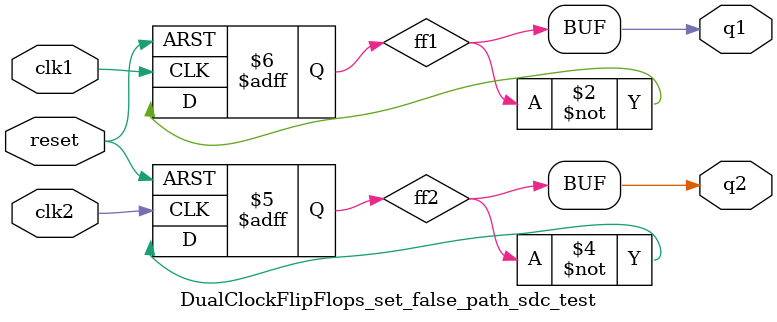
<source format=v>
module DualClockFlipFlops_set_false_path_sdc_test (
input wire clk1,
input wire clk2,
input wire reset,
output wire q1,
output wire q2
);

reg ff1, ff2;

always @(posedge clk1 or posedge reset) begin
if (reset)
    ff1 <= 1'b0;
else
    ff1 <= ~ff1;
end

always @(posedge clk2 or posedge reset) begin
if (reset)
    ff2 <= 1'b0;
else
    ff2 <= ~ff2;
end

assign q1 = ff1;
assign q2 = ff2;

endmodule   
</source>
